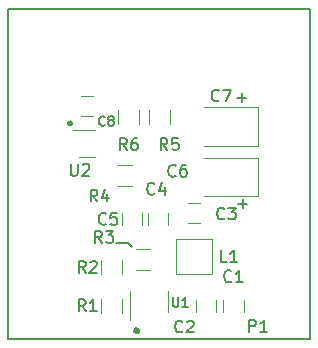
<source format=gbr>
G04 #@! TF.FileFunction,Legend,Top*
%FSLAX46Y46*%
G04 Gerber Fmt 4.6, Leading zero omitted, Abs format (unit mm)*
G04 Created by KiCad (PCBNEW 4.0.6) date 04/09/19 16:20:27*
%MOMM*%
%LPD*%
G01*
G04 APERTURE LIST*
%ADD10C,0.100000*%
%ADD11C,0.200000*%
%ADD12C,0.500000*%
%ADD13C,0.150000*%
%ADD14C,0.120000*%
G04 APERTURE END LIST*
D10*
D11*
X148791000Y-82555000D02*
X149171000Y-82935000D01*
X147831000Y-82555000D02*
X148791000Y-82555000D01*
D12*
X149631711Y-89995000D02*
G75*
G03X149631711Y-89995000I-70711J0D01*
G01*
X143929284Y-72425000D02*
G75*
G03X143929284Y-72425000I-28284J0D01*
G01*
D13*
X158180048Y-79256429D02*
X158941953Y-79256429D01*
X158561001Y-79637381D02*
X158561001Y-78875476D01*
X158070048Y-70256429D02*
X158831953Y-70256429D01*
X158451001Y-70637381D02*
X158451001Y-69875476D01*
X164241000Y-62735000D02*
X138711000Y-62735000D01*
X164241000Y-90675000D02*
X164241000Y-62735000D01*
X138711000Y-90675000D02*
X164241000Y-90675000D01*
X138711000Y-62735000D02*
X138711000Y-90675000D01*
D14*
X146051000Y-72995000D02*
X144151000Y-72995000D01*
X144651000Y-75315000D02*
X146051000Y-75315000D01*
X146531000Y-85225000D02*
X146531000Y-84025000D01*
X148291000Y-84025000D02*
X148291000Y-85225000D01*
X146531000Y-88475000D02*
X146531000Y-87275000D01*
X148291000Y-87275000D02*
X148291000Y-88475000D01*
X149161000Y-77745000D02*
X147961000Y-77745000D01*
X147961000Y-75985000D02*
X149161000Y-75985000D01*
X152351000Y-71305000D02*
X152351000Y-72505000D01*
X150591000Y-72505000D02*
X150591000Y-71305000D01*
X149771000Y-71295000D02*
X149771000Y-72495000D01*
X148011000Y-72495000D02*
X148011000Y-71295000D01*
X152181000Y-88435000D02*
X152181000Y-86635000D01*
X148961000Y-86635000D02*
X148961000Y-89085000D01*
X158611000Y-88365000D02*
X158611000Y-87365000D01*
X156911000Y-87365000D02*
X156911000Y-88365000D01*
X156301000Y-88365000D02*
X156301000Y-87365000D01*
X154601000Y-87365000D02*
X154601000Y-88365000D01*
X153941000Y-80875000D02*
X154941000Y-80875000D01*
X154941000Y-79175000D02*
X153941000Y-79175000D01*
X149521000Y-83095000D02*
X150721000Y-83095000D01*
X150721000Y-84855000D02*
X149521000Y-84855000D01*
X155931000Y-85215000D02*
X155931000Y-82215000D01*
X155931000Y-82215000D02*
X152931000Y-82215000D01*
X152931000Y-82215000D02*
X152931000Y-85215000D01*
X152931000Y-85215000D02*
X155931000Y-85215000D01*
X150501000Y-80025000D02*
X150501000Y-81025000D01*
X152201000Y-81025000D02*
X152201000Y-80025000D01*
X148281000Y-80025000D02*
X148281000Y-81025000D01*
X149981000Y-81025000D02*
X149981000Y-80025000D01*
X159811000Y-78625000D02*
X155261000Y-78625000D01*
X159811000Y-75325000D02*
X155261000Y-75325000D01*
X159811000Y-78625000D02*
X159811000Y-75325000D01*
X159821000Y-74325000D02*
X155271000Y-74325000D01*
X159821000Y-71025000D02*
X155271000Y-71025000D01*
X159821000Y-74325000D02*
X159821000Y-71025000D01*
X144831000Y-71775000D02*
X145831000Y-71775000D01*
X145831000Y-70075000D02*
X144831000Y-70075000D01*
D13*
X143999095Y-75867381D02*
X143999095Y-76676905D01*
X144046714Y-76772143D01*
X144094333Y-76819762D01*
X144189571Y-76867381D01*
X144380048Y-76867381D01*
X144475286Y-76819762D01*
X144522905Y-76772143D01*
X144570524Y-76676905D01*
X144570524Y-75867381D01*
X144999095Y-75962619D02*
X145046714Y-75915000D01*
X145141952Y-75867381D01*
X145380048Y-75867381D01*
X145475286Y-75915000D01*
X145522905Y-75962619D01*
X145570524Y-76057857D01*
X145570524Y-76153095D01*
X145522905Y-76295952D01*
X144951476Y-76867381D01*
X145570524Y-76867381D01*
X159082905Y-90087381D02*
X159082905Y-89087381D01*
X159463858Y-89087381D01*
X159559096Y-89135000D01*
X159606715Y-89182619D01*
X159654334Y-89277857D01*
X159654334Y-89420714D01*
X159606715Y-89515952D01*
X159559096Y-89563571D01*
X159463858Y-89611190D01*
X159082905Y-89611190D01*
X160606715Y-90087381D02*
X160035286Y-90087381D01*
X160321000Y-90087381D02*
X160321000Y-89087381D01*
X160225762Y-89230238D01*
X160130524Y-89325476D01*
X160035286Y-89373095D01*
X145234334Y-85097381D02*
X144901000Y-84621190D01*
X144662905Y-85097381D02*
X144662905Y-84097381D01*
X145043858Y-84097381D01*
X145139096Y-84145000D01*
X145186715Y-84192619D01*
X145234334Y-84287857D01*
X145234334Y-84430714D01*
X145186715Y-84525952D01*
X145139096Y-84573571D01*
X145043858Y-84621190D01*
X144662905Y-84621190D01*
X145615286Y-84192619D02*
X145662905Y-84145000D01*
X145758143Y-84097381D01*
X145996239Y-84097381D01*
X146091477Y-84145000D01*
X146139096Y-84192619D01*
X146186715Y-84287857D01*
X146186715Y-84383095D01*
X146139096Y-84525952D01*
X145567667Y-85097381D01*
X146186715Y-85097381D01*
X145234334Y-88337381D02*
X144901000Y-87861190D01*
X144662905Y-88337381D02*
X144662905Y-87337381D01*
X145043858Y-87337381D01*
X145139096Y-87385000D01*
X145186715Y-87432619D01*
X145234334Y-87527857D01*
X145234334Y-87670714D01*
X145186715Y-87765952D01*
X145139096Y-87813571D01*
X145043858Y-87861190D01*
X144662905Y-87861190D01*
X146186715Y-88337381D02*
X145615286Y-88337381D01*
X145901000Y-88337381D02*
X145901000Y-87337381D01*
X145805762Y-87480238D01*
X145710524Y-87575476D01*
X145615286Y-87623095D01*
X146234334Y-79047381D02*
X145901000Y-78571190D01*
X145662905Y-79047381D02*
X145662905Y-78047381D01*
X146043858Y-78047381D01*
X146139096Y-78095000D01*
X146186715Y-78142619D01*
X146234334Y-78237857D01*
X146234334Y-78380714D01*
X146186715Y-78475952D01*
X146139096Y-78523571D01*
X146043858Y-78571190D01*
X145662905Y-78571190D01*
X147091477Y-78380714D02*
X147091477Y-79047381D01*
X146853381Y-77999762D02*
X146615286Y-78714048D01*
X147234334Y-78714048D01*
X152164334Y-74687381D02*
X151831000Y-74211190D01*
X151592905Y-74687381D02*
X151592905Y-73687381D01*
X151973858Y-73687381D01*
X152069096Y-73735000D01*
X152116715Y-73782619D01*
X152164334Y-73877857D01*
X152164334Y-74020714D01*
X152116715Y-74115952D01*
X152069096Y-74163571D01*
X151973858Y-74211190D01*
X151592905Y-74211190D01*
X153069096Y-73687381D02*
X152592905Y-73687381D01*
X152545286Y-74163571D01*
X152592905Y-74115952D01*
X152688143Y-74068333D01*
X152926239Y-74068333D01*
X153021477Y-74115952D01*
X153069096Y-74163571D01*
X153116715Y-74258810D01*
X153116715Y-74496905D01*
X153069096Y-74592143D01*
X153021477Y-74639762D01*
X152926239Y-74687381D01*
X152688143Y-74687381D01*
X152592905Y-74639762D01*
X152545286Y-74592143D01*
X148724334Y-74687381D02*
X148391000Y-74211190D01*
X148152905Y-74687381D02*
X148152905Y-73687381D01*
X148533858Y-73687381D01*
X148629096Y-73735000D01*
X148676715Y-73782619D01*
X148724334Y-73877857D01*
X148724334Y-74020714D01*
X148676715Y-74115952D01*
X148629096Y-74163571D01*
X148533858Y-74211190D01*
X148152905Y-74211190D01*
X149581477Y-73687381D02*
X149391000Y-73687381D01*
X149295762Y-73735000D01*
X149248143Y-73782619D01*
X149152905Y-73925476D01*
X149105286Y-74115952D01*
X149105286Y-74496905D01*
X149152905Y-74592143D01*
X149200524Y-74639762D01*
X149295762Y-74687381D01*
X149486239Y-74687381D01*
X149581477Y-74639762D01*
X149629096Y-74592143D01*
X149676715Y-74496905D01*
X149676715Y-74258810D01*
X149629096Y-74163571D01*
X149581477Y-74115952D01*
X149486239Y-74068333D01*
X149295762Y-74068333D01*
X149200524Y-74115952D01*
X149152905Y-74163571D01*
X149105286Y-74258810D01*
X152641476Y-87156905D02*
X152641476Y-87804524D01*
X152679571Y-87880714D01*
X152717667Y-87918810D01*
X152793857Y-87956905D01*
X152946238Y-87956905D01*
X153022429Y-87918810D01*
X153060524Y-87880714D01*
X153098619Y-87804524D01*
X153098619Y-87156905D01*
X153898619Y-87956905D02*
X153441476Y-87956905D01*
X153670047Y-87956905D02*
X153670047Y-87156905D01*
X153593857Y-87271190D01*
X153517666Y-87347381D01*
X153441476Y-87385476D01*
X157574334Y-85782143D02*
X157526715Y-85829762D01*
X157383858Y-85877381D01*
X157288620Y-85877381D01*
X157145762Y-85829762D01*
X157050524Y-85734524D01*
X157002905Y-85639286D01*
X156955286Y-85448810D01*
X156955286Y-85305952D01*
X157002905Y-85115476D01*
X157050524Y-85020238D01*
X157145762Y-84925000D01*
X157288620Y-84877381D01*
X157383858Y-84877381D01*
X157526715Y-84925000D01*
X157574334Y-84972619D01*
X158526715Y-85877381D02*
X157955286Y-85877381D01*
X158241000Y-85877381D02*
X158241000Y-84877381D01*
X158145762Y-85020238D01*
X158050524Y-85115476D01*
X157955286Y-85163095D01*
X153444334Y-90032143D02*
X153396715Y-90079762D01*
X153253858Y-90127381D01*
X153158620Y-90127381D01*
X153015762Y-90079762D01*
X152920524Y-89984524D01*
X152872905Y-89889286D01*
X152825286Y-89698810D01*
X152825286Y-89555952D01*
X152872905Y-89365476D01*
X152920524Y-89270238D01*
X153015762Y-89175000D01*
X153158620Y-89127381D01*
X153253858Y-89127381D01*
X153396715Y-89175000D01*
X153444334Y-89222619D01*
X153825286Y-89222619D02*
X153872905Y-89175000D01*
X153968143Y-89127381D01*
X154206239Y-89127381D01*
X154301477Y-89175000D01*
X154349096Y-89222619D01*
X154396715Y-89317857D01*
X154396715Y-89413095D01*
X154349096Y-89555952D01*
X153777667Y-90127381D01*
X154396715Y-90127381D01*
X156994334Y-80462143D02*
X156946715Y-80509762D01*
X156803858Y-80557381D01*
X156708620Y-80557381D01*
X156565762Y-80509762D01*
X156470524Y-80414524D01*
X156422905Y-80319286D01*
X156375286Y-80128810D01*
X156375286Y-79985952D01*
X156422905Y-79795476D01*
X156470524Y-79700238D01*
X156565762Y-79605000D01*
X156708620Y-79557381D01*
X156803858Y-79557381D01*
X156946715Y-79605000D01*
X156994334Y-79652619D01*
X157327667Y-79557381D02*
X157946715Y-79557381D01*
X157613381Y-79938333D01*
X157756239Y-79938333D01*
X157851477Y-79985952D01*
X157899096Y-80033571D01*
X157946715Y-80128810D01*
X157946715Y-80366905D01*
X157899096Y-80462143D01*
X157851477Y-80509762D01*
X157756239Y-80557381D01*
X157470524Y-80557381D01*
X157375286Y-80509762D01*
X157327667Y-80462143D01*
X146624334Y-82537381D02*
X146291000Y-82061190D01*
X146052905Y-82537381D02*
X146052905Y-81537381D01*
X146433858Y-81537381D01*
X146529096Y-81585000D01*
X146576715Y-81632619D01*
X146624334Y-81727857D01*
X146624334Y-81870714D01*
X146576715Y-81965952D01*
X146529096Y-82013571D01*
X146433858Y-82061190D01*
X146052905Y-82061190D01*
X146957667Y-81537381D02*
X147576715Y-81537381D01*
X147243381Y-81918333D01*
X147386239Y-81918333D01*
X147481477Y-81965952D01*
X147529096Y-82013571D01*
X147576715Y-82108810D01*
X147576715Y-82346905D01*
X147529096Y-82442143D01*
X147481477Y-82489762D01*
X147386239Y-82537381D01*
X147100524Y-82537381D01*
X147005286Y-82489762D01*
X146957667Y-82442143D01*
X157194334Y-84167381D02*
X156718143Y-84167381D01*
X156718143Y-83167381D01*
X158051477Y-84167381D02*
X157480048Y-84167381D01*
X157765762Y-84167381D02*
X157765762Y-83167381D01*
X157670524Y-83310238D01*
X157575286Y-83405476D01*
X157480048Y-83453095D01*
X151074334Y-78362143D02*
X151026715Y-78409762D01*
X150883858Y-78457381D01*
X150788620Y-78457381D01*
X150645762Y-78409762D01*
X150550524Y-78314524D01*
X150502905Y-78219286D01*
X150455286Y-78028810D01*
X150455286Y-77885952D01*
X150502905Y-77695476D01*
X150550524Y-77600238D01*
X150645762Y-77505000D01*
X150788620Y-77457381D01*
X150883858Y-77457381D01*
X151026715Y-77505000D01*
X151074334Y-77552619D01*
X151931477Y-77790714D02*
X151931477Y-78457381D01*
X151693381Y-77409762D02*
X151455286Y-78124048D01*
X152074334Y-78124048D01*
X146964334Y-80912143D02*
X146916715Y-80959762D01*
X146773858Y-81007381D01*
X146678620Y-81007381D01*
X146535762Y-80959762D01*
X146440524Y-80864524D01*
X146392905Y-80769286D01*
X146345286Y-80578810D01*
X146345286Y-80435952D01*
X146392905Y-80245476D01*
X146440524Y-80150238D01*
X146535762Y-80055000D01*
X146678620Y-80007381D01*
X146773858Y-80007381D01*
X146916715Y-80055000D01*
X146964334Y-80102619D01*
X147869096Y-80007381D02*
X147392905Y-80007381D01*
X147345286Y-80483571D01*
X147392905Y-80435952D01*
X147488143Y-80388333D01*
X147726239Y-80388333D01*
X147821477Y-80435952D01*
X147869096Y-80483571D01*
X147916715Y-80578810D01*
X147916715Y-80816905D01*
X147869096Y-80912143D01*
X147821477Y-80959762D01*
X147726239Y-81007381D01*
X147488143Y-81007381D01*
X147392905Y-80959762D01*
X147345286Y-80912143D01*
X152864334Y-76852143D02*
X152816715Y-76899762D01*
X152673858Y-76947381D01*
X152578620Y-76947381D01*
X152435762Y-76899762D01*
X152340524Y-76804524D01*
X152292905Y-76709286D01*
X152245286Y-76518810D01*
X152245286Y-76375952D01*
X152292905Y-76185476D01*
X152340524Y-76090238D01*
X152435762Y-75995000D01*
X152578620Y-75947381D01*
X152673858Y-75947381D01*
X152816715Y-75995000D01*
X152864334Y-76042619D01*
X153721477Y-75947381D02*
X153531000Y-75947381D01*
X153435762Y-75995000D01*
X153388143Y-76042619D01*
X153292905Y-76185476D01*
X153245286Y-76375952D01*
X153245286Y-76756905D01*
X153292905Y-76852143D01*
X153340524Y-76899762D01*
X153435762Y-76947381D01*
X153626239Y-76947381D01*
X153721477Y-76899762D01*
X153769096Y-76852143D01*
X153816715Y-76756905D01*
X153816715Y-76518810D01*
X153769096Y-76423571D01*
X153721477Y-76375952D01*
X153626239Y-76328333D01*
X153435762Y-76328333D01*
X153340524Y-76375952D01*
X153292905Y-76423571D01*
X153245286Y-76518810D01*
X156524334Y-70482143D02*
X156476715Y-70529762D01*
X156333858Y-70577381D01*
X156238620Y-70577381D01*
X156095762Y-70529762D01*
X156000524Y-70434524D01*
X155952905Y-70339286D01*
X155905286Y-70148810D01*
X155905286Y-70005952D01*
X155952905Y-69815476D01*
X156000524Y-69720238D01*
X156095762Y-69625000D01*
X156238620Y-69577381D01*
X156333858Y-69577381D01*
X156476715Y-69625000D01*
X156524334Y-69672619D01*
X156857667Y-69577381D02*
X157524334Y-69577381D01*
X157095762Y-70577381D01*
X146847667Y-72560714D02*
X146809572Y-72598810D01*
X146695286Y-72636905D01*
X146619096Y-72636905D01*
X146504810Y-72598810D01*
X146428619Y-72522619D01*
X146390524Y-72446429D01*
X146352429Y-72294048D01*
X146352429Y-72179762D01*
X146390524Y-72027381D01*
X146428619Y-71951190D01*
X146504810Y-71875000D01*
X146619096Y-71836905D01*
X146695286Y-71836905D01*
X146809572Y-71875000D01*
X146847667Y-71913095D01*
X147304810Y-72179762D02*
X147228619Y-72141667D01*
X147190524Y-72103571D01*
X147152429Y-72027381D01*
X147152429Y-71989286D01*
X147190524Y-71913095D01*
X147228619Y-71875000D01*
X147304810Y-71836905D01*
X147457191Y-71836905D01*
X147533381Y-71875000D01*
X147571477Y-71913095D01*
X147609572Y-71989286D01*
X147609572Y-72027381D01*
X147571477Y-72103571D01*
X147533381Y-72141667D01*
X147457191Y-72179762D01*
X147304810Y-72179762D01*
X147228619Y-72217857D01*
X147190524Y-72255952D01*
X147152429Y-72332143D01*
X147152429Y-72484524D01*
X147190524Y-72560714D01*
X147228619Y-72598810D01*
X147304810Y-72636905D01*
X147457191Y-72636905D01*
X147533381Y-72598810D01*
X147571477Y-72560714D01*
X147609572Y-72484524D01*
X147609572Y-72332143D01*
X147571477Y-72255952D01*
X147533381Y-72217857D01*
X147457191Y-72179762D01*
M02*

</source>
